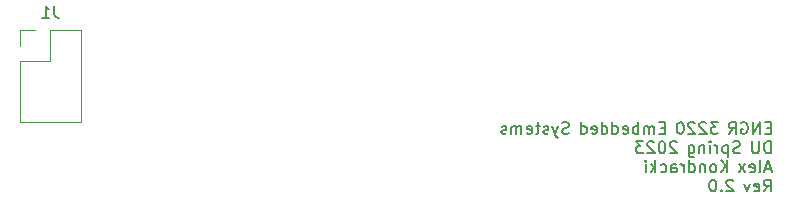
<source format=gbr>
%TF.GenerationSoftware,KiCad,Pcbnew,(7.0.0)*%
%TF.CreationDate,2023-04-21T02:07:09-06:00*%
%TF.ProjectId,Phase_B_ATMEGA_v3,50686173-655f-4425-9f41-544d4547415f,rev?*%
%TF.SameCoordinates,Original*%
%TF.FileFunction,Legend,Bot*%
%TF.FilePolarity,Positive*%
%FSLAX46Y46*%
G04 Gerber Fmt 4.6, Leading zero omitted, Abs format (unit mm)*
G04 Created by KiCad (PCBNEW (7.0.0)) date 2023-04-21 02:07:09*
%MOMM*%
%LPD*%
G01*
G04 APERTURE LIST*
%ADD10C,0.150000*%
%ADD11C,0.120000*%
G04 APERTURE END LIST*
D10*
X136036904Y-88198571D02*
X135703571Y-88198571D01*
X135560714Y-88722380D02*
X136036904Y-88722380D01*
X136036904Y-88722380D02*
X136036904Y-87722380D01*
X136036904Y-87722380D02*
X135560714Y-87722380D01*
X135132142Y-88722380D02*
X135132142Y-87722380D01*
X135132142Y-87722380D02*
X134560714Y-88722380D01*
X134560714Y-88722380D02*
X134560714Y-87722380D01*
X133560714Y-87770000D02*
X133655952Y-87722380D01*
X133655952Y-87722380D02*
X133798809Y-87722380D01*
X133798809Y-87722380D02*
X133941666Y-87770000D01*
X133941666Y-87770000D02*
X134036904Y-87865238D01*
X134036904Y-87865238D02*
X134084523Y-87960476D01*
X134084523Y-87960476D02*
X134132142Y-88150952D01*
X134132142Y-88150952D02*
X134132142Y-88293809D01*
X134132142Y-88293809D02*
X134084523Y-88484285D01*
X134084523Y-88484285D02*
X134036904Y-88579523D01*
X134036904Y-88579523D02*
X133941666Y-88674761D01*
X133941666Y-88674761D02*
X133798809Y-88722380D01*
X133798809Y-88722380D02*
X133703571Y-88722380D01*
X133703571Y-88722380D02*
X133560714Y-88674761D01*
X133560714Y-88674761D02*
X133513095Y-88627142D01*
X133513095Y-88627142D02*
X133513095Y-88293809D01*
X133513095Y-88293809D02*
X133703571Y-88293809D01*
X132513095Y-88722380D02*
X132846428Y-88246190D01*
X133084523Y-88722380D02*
X133084523Y-87722380D01*
X133084523Y-87722380D02*
X132703571Y-87722380D01*
X132703571Y-87722380D02*
X132608333Y-87770000D01*
X132608333Y-87770000D02*
X132560714Y-87817619D01*
X132560714Y-87817619D02*
X132513095Y-87912857D01*
X132513095Y-87912857D02*
X132513095Y-88055714D01*
X132513095Y-88055714D02*
X132560714Y-88150952D01*
X132560714Y-88150952D02*
X132608333Y-88198571D01*
X132608333Y-88198571D02*
X132703571Y-88246190D01*
X132703571Y-88246190D02*
X133084523Y-88246190D01*
X131579761Y-87722380D02*
X130960714Y-87722380D01*
X130960714Y-87722380D02*
X131294047Y-88103333D01*
X131294047Y-88103333D02*
X131151190Y-88103333D01*
X131151190Y-88103333D02*
X131055952Y-88150952D01*
X131055952Y-88150952D02*
X131008333Y-88198571D01*
X131008333Y-88198571D02*
X130960714Y-88293809D01*
X130960714Y-88293809D02*
X130960714Y-88531904D01*
X130960714Y-88531904D02*
X131008333Y-88627142D01*
X131008333Y-88627142D02*
X131055952Y-88674761D01*
X131055952Y-88674761D02*
X131151190Y-88722380D01*
X131151190Y-88722380D02*
X131436904Y-88722380D01*
X131436904Y-88722380D02*
X131532142Y-88674761D01*
X131532142Y-88674761D02*
X131579761Y-88627142D01*
X130579761Y-87817619D02*
X130532142Y-87770000D01*
X130532142Y-87770000D02*
X130436904Y-87722380D01*
X130436904Y-87722380D02*
X130198809Y-87722380D01*
X130198809Y-87722380D02*
X130103571Y-87770000D01*
X130103571Y-87770000D02*
X130055952Y-87817619D01*
X130055952Y-87817619D02*
X130008333Y-87912857D01*
X130008333Y-87912857D02*
X130008333Y-88008095D01*
X130008333Y-88008095D02*
X130055952Y-88150952D01*
X130055952Y-88150952D02*
X130627380Y-88722380D01*
X130627380Y-88722380D02*
X130008333Y-88722380D01*
X129627380Y-87817619D02*
X129579761Y-87770000D01*
X129579761Y-87770000D02*
X129484523Y-87722380D01*
X129484523Y-87722380D02*
X129246428Y-87722380D01*
X129246428Y-87722380D02*
X129151190Y-87770000D01*
X129151190Y-87770000D02*
X129103571Y-87817619D01*
X129103571Y-87817619D02*
X129055952Y-87912857D01*
X129055952Y-87912857D02*
X129055952Y-88008095D01*
X129055952Y-88008095D02*
X129103571Y-88150952D01*
X129103571Y-88150952D02*
X129674999Y-88722380D01*
X129674999Y-88722380D02*
X129055952Y-88722380D01*
X128436904Y-87722380D02*
X128341666Y-87722380D01*
X128341666Y-87722380D02*
X128246428Y-87770000D01*
X128246428Y-87770000D02*
X128198809Y-87817619D01*
X128198809Y-87817619D02*
X128151190Y-87912857D01*
X128151190Y-87912857D02*
X128103571Y-88103333D01*
X128103571Y-88103333D02*
X128103571Y-88341428D01*
X128103571Y-88341428D02*
X128151190Y-88531904D01*
X128151190Y-88531904D02*
X128198809Y-88627142D01*
X128198809Y-88627142D02*
X128246428Y-88674761D01*
X128246428Y-88674761D02*
X128341666Y-88722380D01*
X128341666Y-88722380D02*
X128436904Y-88722380D01*
X128436904Y-88722380D02*
X128532142Y-88674761D01*
X128532142Y-88674761D02*
X128579761Y-88627142D01*
X128579761Y-88627142D02*
X128627380Y-88531904D01*
X128627380Y-88531904D02*
X128674999Y-88341428D01*
X128674999Y-88341428D02*
X128674999Y-88103333D01*
X128674999Y-88103333D02*
X128627380Y-87912857D01*
X128627380Y-87912857D02*
X128579761Y-87817619D01*
X128579761Y-87817619D02*
X128532142Y-87770000D01*
X128532142Y-87770000D02*
X128436904Y-87722380D01*
X127074999Y-88198571D02*
X126741666Y-88198571D01*
X126598809Y-88722380D02*
X127074999Y-88722380D01*
X127074999Y-88722380D02*
X127074999Y-87722380D01*
X127074999Y-87722380D02*
X126598809Y-87722380D01*
X126170237Y-88722380D02*
X126170237Y-88055714D01*
X126170237Y-88150952D02*
X126122618Y-88103333D01*
X126122618Y-88103333D02*
X126027380Y-88055714D01*
X126027380Y-88055714D02*
X125884523Y-88055714D01*
X125884523Y-88055714D02*
X125789285Y-88103333D01*
X125789285Y-88103333D02*
X125741666Y-88198571D01*
X125741666Y-88198571D02*
X125741666Y-88722380D01*
X125741666Y-88198571D02*
X125694047Y-88103333D01*
X125694047Y-88103333D02*
X125598809Y-88055714D01*
X125598809Y-88055714D02*
X125455952Y-88055714D01*
X125455952Y-88055714D02*
X125360713Y-88103333D01*
X125360713Y-88103333D02*
X125313094Y-88198571D01*
X125313094Y-88198571D02*
X125313094Y-88722380D01*
X124836904Y-88722380D02*
X124836904Y-87722380D01*
X124836904Y-88103333D02*
X124741666Y-88055714D01*
X124741666Y-88055714D02*
X124551190Y-88055714D01*
X124551190Y-88055714D02*
X124455952Y-88103333D01*
X124455952Y-88103333D02*
X124408333Y-88150952D01*
X124408333Y-88150952D02*
X124360714Y-88246190D01*
X124360714Y-88246190D02*
X124360714Y-88531904D01*
X124360714Y-88531904D02*
X124408333Y-88627142D01*
X124408333Y-88627142D02*
X124455952Y-88674761D01*
X124455952Y-88674761D02*
X124551190Y-88722380D01*
X124551190Y-88722380D02*
X124741666Y-88722380D01*
X124741666Y-88722380D02*
X124836904Y-88674761D01*
X123551190Y-88674761D02*
X123646428Y-88722380D01*
X123646428Y-88722380D02*
X123836904Y-88722380D01*
X123836904Y-88722380D02*
X123932142Y-88674761D01*
X123932142Y-88674761D02*
X123979761Y-88579523D01*
X123979761Y-88579523D02*
X123979761Y-88198571D01*
X123979761Y-88198571D02*
X123932142Y-88103333D01*
X123932142Y-88103333D02*
X123836904Y-88055714D01*
X123836904Y-88055714D02*
X123646428Y-88055714D01*
X123646428Y-88055714D02*
X123551190Y-88103333D01*
X123551190Y-88103333D02*
X123503571Y-88198571D01*
X123503571Y-88198571D02*
X123503571Y-88293809D01*
X123503571Y-88293809D02*
X123979761Y-88389047D01*
X122646428Y-88722380D02*
X122646428Y-87722380D01*
X122646428Y-88674761D02*
X122741666Y-88722380D01*
X122741666Y-88722380D02*
X122932142Y-88722380D01*
X122932142Y-88722380D02*
X123027380Y-88674761D01*
X123027380Y-88674761D02*
X123074999Y-88627142D01*
X123074999Y-88627142D02*
X123122618Y-88531904D01*
X123122618Y-88531904D02*
X123122618Y-88246190D01*
X123122618Y-88246190D02*
X123074999Y-88150952D01*
X123074999Y-88150952D02*
X123027380Y-88103333D01*
X123027380Y-88103333D02*
X122932142Y-88055714D01*
X122932142Y-88055714D02*
X122741666Y-88055714D01*
X122741666Y-88055714D02*
X122646428Y-88103333D01*
X121741666Y-88722380D02*
X121741666Y-87722380D01*
X121741666Y-88674761D02*
X121836904Y-88722380D01*
X121836904Y-88722380D02*
X122027380Y-88722380D01*
X122027380Y-88722380D02*
X122122618Y-88674761D01*
X122122618Y-88674761D02*
X122170237Y-88627142D01*
X122170237Y-88627142D02*
X122217856Y-88531904D01*
X122217856Y-88531904D02*
X122217856Y-88246190D01*
X122217856Y-88246190D02*
X122170237Y-88150952D01*
X122170237Y-88150952D02*
X122122618Y-88103333D01*
X122122618Y-88103333D02*
X122027380Y-88055714D01*
X122027380Y-88055714D02*
X121836904Y-88055714D01*
X121836904Y-88055714D02*
X121741666Y-88103333D01*
X120884523Y-88674761D02*
X120979761Y-88722380D01*
X120979761Y-88722380D02*
X121170237Y-88722380D01*
X121170237Y-88722380D02*
X121265475Y-88674761D01*
X121265475Y-88674761D02*
X121313094Y-88579523D01*
X121313094Y-88579523D02*
X121313094Y-88198571D01*
X121313094Y-88198571D02*
X121265475Y-88103333D01*
X121265475Y-88103333D02*
X121170237Y-88055714D01*
X121170237Y-88055714D02*
X120979761Y-88055714D01*
X120979761Y-88055714D02*
X120884523Y-88103333D01*
X120884523Y-88103333D02*
X120836904Y-88198571D01*
X120836904Y-88198571D02*
X120836904Y-88293809D01*
X120836904Y-88293809D02*
X121313094Y-88389047D01*
X119979761Y-88722380D02*
X119979761Y-87722380D01*
X119979761Y-88674761D02*
X120074999Y-88722380D01*
X120074999Y-88722380D02*
X120265475Y-88722380D01*
X120265475Y-88722380D02*
X120360713Y-88674761D01*
X120360713Y-88674761D02*
X120408332Y-88627142D01*
X120408332Y-88627142D02*
X120455951Y-88531904D01*
X120455951Y-88531904D02*
X120455951Y-88246190D01*
X120455951Y-88246190D02*
X120408332Y-88150952D01*
X120408332Y-88150952D02*
X120360713Y-88103333D01*
X120360713Y-88103333D02*
X120265475Y-88055714D01*
X120265475Y-88055714D02*
X120074999Y-88055714D01*
X120074999Y-88055714D02*
X119979761Y-88103333D01*
X118951189Y-88674761D02*
X118808332Y-88722380D01*
X118808332Y-88722380D02*
X118570237Y-88722380D01*
X118570237Y-88722380D02*
X118474999Y-88674761D01*
X118474999Y-88674761D02*
X118427380Y-88627142D01*
X118427380Y-88627142D02*
X118379761Y-88531904D01*
X118379761Y-88531904D02*
X118379761Y-88436666D01*
X118379761Y-88436666D02*
X118427380Y-88341428D01*
X118427380Y-88341428D02*
X118474999Y-88293809D01*
X118474999Y-88293809D02*
X118570237Y-88246190D01*
X118570237Y-88246190D02*
X118760713Y-88198571D01*
X118760713Y-88198571D02*
X118855951Y-88150952D01*
X118855951Y-88150952D02*
X118903570Y-88103333D01*
X118903570Y-88103333D02*
X118951189Y-88008095D01*
X118951189Y-88008095D02*
X118951189Y-87912857D01*
X118951189Y-87912857D02*
X118903570Y-87817619D01*
X118903570Y-87817619D02*
X118855951Y-87770000D01*
X118855951Y-87770000D02*
X118760713Y-87722380D01*
X118760713Y-87722380D02*
X118522618Y-87722380D01*
X118522618Y-87722380D02*
X118379761Y-87770000D01*
X118046427Y-88055714D02*
X117808332Y-88722380D01*
X117570237Y-88055714D02*
X117808332Y-88722380D01*
X117808332Y-88722380D02*
X117903570Y-88960476D01*
X117903570Y-88960476D02*
X117951189Y-89008095D01*
X117951189Y-89008095D02*
X118046427Y-89055714D01*
X117236903Y-88674761D02*
X117141665Y-88722380D01*
X117141665Y-88722380D02*
X116951189Y-88722380D01*
X116951189Y-88722380D02*
X116855951Y-88674761D01*
X116855951Y-88674761D02*
X116808332Y-88579523D01*
X116808332Y-88579523D02*
X116808332Y-88531904D01*
X116808332Y-88531904D02*
X116855951Y-88436666D01*
X116855951Y-88436666D02*
X116951189Y-88389047D01*
X116951189Y-88389047D02*
X117094046Y-88389047D01*
X117094046Y-88389047D02*
X117189284Y-88341428D01*
X117189284Y-88341428D02*
X117236903Y-88246190D01*
X117236903Y-88246190D02*
X117236903Y-88198571D01*
X117236903Y-88198571D02*
X117189284Y-88103333D01*
X117189284Y-88103333D02*
X117094046Y-88055714D01*
X117094046Y-88055714D02*
X116951189Y-88055714D01*
X116951189Y-88055714D02*
X116855951Y-88103333D01*
X116522617Y-88055714D02*
X116141665Y-88055714D01*
X116379760Y-87722380D02*
X116379760Y-88579523D01*
X116379760Y-88579523D02*
X116332141Y-88674761D01*
X116332141Y-88674761D02*
X116236903Y-88722380D01*
X116236903Y-88722380D02*
X116141665Y-88722380D01*
X115427379Y-88674761D02*
X115522617Y-88722380D01*
X115522617Y-88722380D02*
X115713093Y-88722380D01*
X115713093Y-88722380D02*
X115808331Y-88674761D01*
X115808331Y-88674761D02*
X115855950Y-88579523D01*
X115855950Y-88579523D02*
X115855950Y-88198571D01*
X115855950Y-88198571D02*
X115808331Y-88103333D01*
X115808331Y-88103333D02*
X115713093Y-88055714D01*
X115713093Y-88055714D02*
X115522617Y-88055714D01*
X115522617Y-88055714D02*
X115427379Y-88103333D01*
X115427379Y-88103333D02*
X115379760Y-88198571D01*
X115379760Y-88198571D02*
X115379760Y-88293809D01*
X115379760Y-88293809D02*
X115855950Y-88389047D01*
X114951188Y-88722380D02*
X114951188Y-88055714D01*
X114951188Y-88150952D02*
X114903569Y-88103333D01*
X114903569Y-88103333D02*
X114808331Y-88055714D01*
X114808331Y-88055714D02*
X114665474Y-88055714D01*
X114665474Y-88055714D02*
X114570236Y-88103333D01*
X114570236Y-88103333D02*
X114522617Y-88198571D01*
X114522617Y-88198571D02*
X114522617Y-88722380D01*
X114522617Y-88198571D02*
X114474998Y-88103333D01*
X114474998Y-88103333D02*
X114379760Y-88055714D01*
X114379760Y-88055714D02*
X114236903Y-88055714D01*
X114236903Y-88055714D02*
X114141664Y-88103333D01*
X114141664Y-88103333D02*
X114094045Y-88198571D01*
X114094045Y-88198571D02*
X114094045Y-88722380D01*
X113665474Y-88674761D02*
X113570236Y-88722380D01*
X113570236Y-88722380D02*
X113379760Y-88722380D01*
X113379760Y-88722380D02*
X113284522Y-88674761D01*
X113284522Y-88674761D02*
X113236903Y-88579523D01*
X113236903Y-88579523D02*
X113236903Y-88531904D01*
X113236903Y-88531904D02*
X113284522Y-88436666D01*
X113284522Y-88436666D02*
X113379760Y-88389047D01*
X113379760Y-88389047D02*
X113522617Y-88389047D01*
X113522617Y-88389047D02*
X113617855Y-88341428D01*
X113617855Y-88341428D02*
X113665474Y-88246190D01*
X113665474Y-88246190D02*
X113665474Y-88198571D01*
X113665474Y-88198571D02*
X113617855Y-88103333D01*
X113617855Y-88103333D02*
X113522617Y-88055714D01*
X113522617Y-88055714D02*
X113379760Y-88055714D01*
X113379760Y-88055714D02*
X113284522Y-88103333D01*
X136036904Y-90342380D02*
X136036904Y-89342380D01*
X136036904Y-89342380D02*
X135798809Y-89342380D01*
X135798809Y-89342380D02*
X135655952Y-89390000D01*
X135655952Y-89390000D02*
X135560714Y-89485238D01*
X135560714Y-89485238D02*
X135513095Y-89580476D01*
X135513095Y-89580476D02*
X135465476Y-89770952D01*
X135465476Y-89770952D02*
X135465476Y-89913809D01*
X135465476Y-89913809D02*
X135513095Y-90104285D01*
X135513095Y-90104285D02*
X135560714Y-90199523D01*
X135560714Y-90199523D02*
X135655952Y-90294761D01*
X135655952Y-90294761D02*
X135798809Y-90342380D01*
X135798809Y-90342380D02*
X136036904Y-90342380D01*
X135036904Y-89342380D02*
X135036904Y-90151904D01*
X135036904Y-90151904D02*
X134989285Y-90247142D01*
X134989285Y-90247142D02*
X134941666Y-90294761D01*
X134941666Y-90294761D02*
X134846428Y-90342380D01*
X134846428Y-90342380D02*
X134655952Y-90342380D01*
X134655952Y-90342380D02*
X134560714Y-90294761D01*
X134560714Y-90294761D02*
X134513095Y-90247142D01*
X134513095Y-90247142D02*
X134465476Y-90151904D01*
X134465476Y-90151904D02*
X134465476Y-89342380D01*
X133436904Y-90294761D02*
X133294047Y-90342380D01*
X133294047Y-90342380D02*
X133055952Y-90342380D01*
X133055952Y-90342380D02*
X132960714Y-90294761D01*
X132960714Y-90294761D02*
X132913095Y-90247142D01*
X132913095Y-90247142D02*
X132865476Y-90151904D01*
X132865476Y-90151904D02*
X132865476Y-90056666D01*
X132865476Y-90056666D02*
X132913095Y-89961428D01*
X132913095Y-89961428D02*
X132960714Y-89913809D01*
X132960714Y-89913809D02*
X133055952Y-89866190D01*
X133055952Y-89866190D02*
X133246428Y-89818571D01*
X133246428Y-89818571D02*
X133341666Y-89770952D01*
X133341666Y-89770952D02*
X133389285Y-89723333D01*
X133389285Y-89723333D02*
X133436904Y-89628095D01*
X133436904Y-89628095D02*
X133436904Y-89532857D01*
X133436904Y-89532857D02*
X133389285Y-89437619D01*
X133389285Y-89437619D02*
X133341666Y-89390000D01*
X133341666Y-89390000D02*
X133246428Y-89342380D01*
X133246428Y-89342380D02*
X133008333Y-89342380D01*
X133008333Y-89342380D02*
X132865476Y-89390000D01*
X132436904Y-89675714D02*
X132436904Y-90675714D01*
X132436904Y-89723333D02*
X132341666Y-89675714D01*
X132341666Y-89675714D02*
X132151190Y-89675714D01*
X132151190Y-89675714D02*
X132055952Y-89723333D01*
X132055952Y-89723333D02*
X132008333Y-89770952D01*
X132008333Y-89770952D02*
X131960714Y-89866190D01*
X131960714Y-89866190D02*
X131960714Y-90151904D01*
X131960714Y-90151904D02*
X132008333Y-90247142D01*
X132008333Y-90247142D02*
X132055952Y-90294761D01*
X132055952Y-90294761D02*
X132151190Y-90342380D01*
X132151190Y-90342380D02*
X132341666Y-90342380D01*
X132341666Y-90342380D02*
X132436904Y-90294761D01*
X131532142Y-90342380D02*
X131532142Y-89675714D01*
X131532142Y-89866190D02*
X131484523Y-89770952D01*
X131484523Y-89770952D02*
X131436904Y-89723333D01*
X131436904Y-89723333D02*
X131341666Y-89675714D01*
X131341666Y-89675714D02*
X131246428Y-89675714D01*
X130913094Y-90342380D02*
X130913094Y-89675714D01*
X130913094Y-89342380D02*
X130960713Y-89390000D01*
X130960713Y-89390000D02*
X130913094Y-89437619D01*
X130913094Y-89437619D02*
X130865475Y-89390000D01*
X130865475Y-89390000D02*
X130913094Y-89342380D01*
X130913094Y-89342380D02*
X130913094Y-89437619D01*
X130436904Y-89675714D02*
X130436904Y-90342380D01*
X130436904Y-89770952D02*
X130389285Y-89723333D01*
X130389285Y-89723333D02*
X130294047Y-89675714D01*
X130294047Y-89675714D02*
X130151190Y-89675714D01*
X130151190Y-89675714D02*
X130055952Y-89723333D01*
X130055952Y-89723333D02*
X130008333Y-89818571D01*
X130008333Y-89818571D02*
X130008333Y-90342380D01*
X129103571Y-89675714D02*
X129103571Y-90485238D01*
X129103571Y-90485238D02*
X129151190Y-90580476D01*
X129151190Y-90580476D02*
X129198809Y-90628095D01*
X129198809Y-90628095D02*
X129294047Y-90675714D01*
X129294047Y-90675714D02*
X129436904Y-90675714D01*
X129436904Y-90675714D02*
X129532142Y-90628095D01*
X129103571Y-90294761D02*
X129198809Y-90342380D01*
X129198809Y-90342380D02*
X129389285Y-90342380D01*
X129389285Y-90342380D02*
X129484523Y-90294761D01*
X129484523Y-90294761D02*
X129532142Y-90247142D01*
X129532142Y-90247142D02*
X129579761Y-90151904D01*
X129579761Y-90151904D02*
X129579761Y-89866190D01*
X129579761Y-89866190D02*
X129532142Y-89770952D01*
X129532142Y-89770952D02*
X129484523Y-89723333D01*
X129484523Y-89723333D02*
X129389285Y-89675714D01*
X129389285Y-89675714D02*
X129198809Y-89675714D01*
X129198809Y-89675714D02*
X129103571Y-89723333D01*
X128074999Y-89437619D02*
X128027380Y-89390000D01*
X128027380Y-89390000D02*
X127932142Y-89342380D01*
X127932142Y-89342380D02*
X127694047Y-89342380D01*
X127694047Y-89342380D02*
X127598809Y-89390000D01*
X127598809Y-89390000D02*
X127551190Y-89437619D01*
X127551190Y-89437619D02*
X127503571Y-89532857D01*
X127503571Y-89532857D02*
X127503571Y-89628095D01*
X127503571Y-89628095D02*
X127551190Y-89770952D01*
X127551190Y-89770952D02*
X128122618Y-90342380D01*
X128122618Y-90342380D02*
X127503571Y-90342380D01*
X126884523Y-89342380D02*
X126789285Y-89342380D01*
X126789285Y-89342380D02*
X126694047Y-89390000D01*
X126694047Y-89390000D02*
X126646428Y-89437619D01*
X126646428Y-89437619D02*
X126598809Y-89532857D01*
X126598809Y-89532857D02*
X126551190Y-89723333D01*
X126551190Y-89723333D02*
X126551190Y-89961428D01*
X126551190Y-89961428D02*
X126598809Y-90151904D01*
X126598809Y-90151904D02*
X126646428Y-90247142D01*
X126646428Y-90247142D02*
X126694047Y-90294761D01*
X126694047Y-90294761D02*
X126789285Y-90342380D01*
X126789285Y-90342380D02*
X126884523Y-90342380D01*
X126884523Y-90342380D02*
X126979761Y-90294761D01*
X126979761Y-90294761D02*
X127027380Y-90247142D01*
X127027380Y-90247142D02*
X127074999Y-90151904D01*
X127074999Y-90151904D02*
X127122618Y-89961428D01*
X127122618Y-89961428D02*
X127122618Y-89723333D01*
X127122618Y-89723333D02*
X127074999Y-89532857D01*
X127074999Y-89532857D02*
X127027380Y-89437619D01*
X127027380Y-89437619D02*
X126979761Y-89390000D01*
X126979761Y-89390000D02*
X126884523Y-89342380D01*
X126170237Y-89437619D02*
X126122618Y-89390000D01*
X126122618Y-89390000D02*
X126027380Y-89342380D01*
X126027380Y-89342380D02*
X125789285Y-89342380D01*
X125789285Y-89342380D02*
X125694047Y-89390000D01*
X125694047Y-89390000D02*
X125646428Y-89437619D01*
X125646428Y-89437619D02*
X125598809Y-89532857D01*
X125598809Y-89532857D02*
X125598809Y-89628095D01*
X125598809Y-89628095D02*
X125646428Y-89770952D01*
X125646428Y-89770952D02*
X126217856Y-90342380D01*
X126217856Y-90342380D02*
X125598809Y-90342380D01*
X125265475Y-89342380D02*
X124646428Y-89342380D01*
X124646428Y-89342380D02*
X124979761Y-89723333D01*
X124979761Y-89723333D02*
X124836904Y-89723333D01*
X124836904Y-89723333D02*
X124741666Y-89770952D01*
X124741666Y-89770952D02*
X124694047Y-89818571D01*
X124694047Y-89818571D02*
X124646428Y-89913809D01*
X124646428Y-89913809D02*
X124646428Y-90151904D01*
X124646428Y-90151904D02*
X124694047Y-90247142D01*
X124694047Y-90247142D02*
X124741666Y-90294761D01*
X124741666Y-90294761D02*
X124836904Y-90342380D01*
X124836904Y-90342380D02*
X125122618Y-90342380D01*
X125122618Y-90342380D02*
X125217856Y-90294761D01*
X125217856Y-90294761D02*
X125265475Y-90247142D01*
X136084523Y-91676666D02*
X135608333Y-91676666D01*
X136179761Y-91962380D02*
X135846428Y-90962380D01*
X135846428Y-90962380D02*
X135513095Y-91962380D01*
X135036904Y-91962380D02*
X135132142Y-91914761D01*
X135132142Y-91914761D02*
X135179761Y-91819523D01*
X135179761Y-91819523D02*
X135179761Y-90962380D01*
X134274999Y-91914761D02*
X134370237Y-91962380D01*
X134370237Y-91962380D02*
X134560713Y-91962380D01*
X134560713Y-91962380D02*
X134655951Y-91914761D01*
X134655951Y-91914761D02*
X134703570Y-91819523D01*
X134703570Y-91819523D02*
X134703570Y-91438571D01*
X134703570Y-91438571D02*
X134655951Y-91343333D01*
X134655951Y-91343333D02*
X134560713Y-91295714D01*
X134560713Y-91295714D02*
X134370237Y-91295714D01*
X134370237Y-91295714D02*
X134274999Y-91343333D01*
X134274999Y-91343333D02*
X134227380Y-91438571D01*
X134227380Y-91438571D02*
X134227380Y-91533809D01*
X134227380Y-91533809D02*
X134703570Y-91629047D01*
X133894046Y-91962380D02*
X133370237Y-91295714D01*
X133894046Y-91295714D02*
X133370237Y-91962380D01*
X132389284Y-91962380D02*
X132389284Y-90962380D01*
X131817856Y-91962380D02*
X132246427Y-91390952D01*
X131817856Y-90962380D02*
X132389284Y-91533809D01*
X131246427Y-91962380D02*
X131341665Y-91914761D01*
X131341665Y-91914761D02*
X131389284Y-91867142D01*
X131389284Y-91867142D02*
X131436903Y-91771904D01*
X131436903Y-91771904D02*
X131436903Y-91486190D01*
X131436903Y-91486190D02*
X131389284Y-91390952D01*
X131389284Y-91390952D02*
X131341665Y-91343333D01*
X131341665Y-91343333D02*
X131246427Y-91295714D01*
X131246427Y-91295714D02*
X131103570Y-91295714D01*
X131103570Y-91295714D02*
X131008332Y-91343333D01*
X131008332Y-91343333D02*
X130960713Y-91390952D01*
X130960713Y-91390952D02*
X130913094Y-91486190D01*
X130913094Y-91486190D02*
X130913094Y-91771904D01*
X130913094Y-91771904D02*
X130960713Y-91867142D01*
X130960713Y-91867142D02*
X131008332Y-91914761D01*
X131008332Y-91914761D02*
X131103570Y-91962380D01*
X131103570Y-91962380D02*
X131246427Y-91962380D01*
X130484522Y-91295714D02*
X130484522Y-91962380D01*
X130484522Y-91390952D02*
X130436903Y-91343333D01*
X130436903Y-91343333D02*
X130341665Y-91295714D01*
X130341665Y-91295714D02*
X130198808Y-91295714D01*
X130198808Y-91295714D02*
X130103570Y-91343333D01*
X130103570Y-91343333D02*
X130055951Y-91438571D01*
X130055951Y-91438571D02*
X130055951Y-91962380D01*
X129151189Y-91962380D02*
X129151189Y-90962380D01*
X129151189Y-91914761D02*
X129246427Y-91962380D01*
X129246427Y-91962380D02*
X129436903Y-91962380D01*
X129436903Y-91962380D02*
X129532141Y-91914761D01*
X129532141Y-91914761D02*
X129579760Y-91867142D01*
X129579760Y-91867142D02*
X129627379Y-91771904D01*
X129627379Y-91771904D02*
X129627379Y-91486190D01*
X129627379Y-91486190D02*
X129579760Y-91390952D01*
X129579760Y-91390952D02*
X129532141Y-91343333D01*
X129532141Y-91343333D02*
X129436903Y-91295714D01*
X129436903Y-91295714D02*
X129246427Y-91295714D01*
X129246427Y-91295714D02*
X129151189Y-91343333D01*
X128674998Y-91962380D02*
X128674998Y-91295714D01*
X128674998Y-91486190D02*
X128627379Y-91390952D01*
X128627379Y-91390952D02*
X128579760Y-91343333D01*
X128579760Y-91343333D02*
X128484522Y-91295714D01*
X128484522Y-91295714D02*
X128389284Y-91295714D01*
X127627379Y-91962380D02*
X127627379Y-91438571D01*
X127627379Y-91438571D02*
X127674998Y-91343333D01*
X127674998Y-91343333D02*
X127770236Y-91295714D01*
X127770236Y-91295714D02*
X127960712Y-91295714D01*
X127960712Y-91295714D02*
X128055950Y-91343333D01*
X127627379Y-91914761D02*
X127722617Y-91962380D01*
X127722617Y-91962380D02*
X127960712Y-91962380D01*
X127960712Y-91962380D02*
X128055950Y-91914761D01*
X128055950Y-91914761D02*
X128103569Y-91819523D01*
X128103569Y-91819523D02*
X128103569Y-91724285D01*
X128103569Y-91724285D02*
X128055950Y-91629047D01*
X128055950Y-91629047D02*
X127960712Y-91581428D01*
X127960712Y-91581428D02*
X127722617Y-91581428D01*
X127722617Y-91581428D02*
X127627379Y-91533809D01*
X126722617Y-91914761D02*
X126817855Y-91962380D01*
X126817855Y-91962380D02*
X127008331Y-91962380D01*
X127008331Y-91962380D02*
X127103569Y-91914761D01*
X127103569Y-91914761D02*
X127151188Y-91867142D01*
X127151188Y-91867142D02*
X127198807Y-91771904D01*
X127198807Y-91771904D02*
X127198807Y-91486190D01*
X127198807Y-91486190D02*
X127151188Y-91390952D01*
X127151188Y-91390952D02*
X127103569Y-91343333D01*
X127103569Y-91343333D02*
X127008331Y-91295714D01*
X127008331Y-91295714D02*
X126817855Y-91295714D01*
X126817855Y-91295714D02*
X126722617Y-91343333D01*
X126294045Y-91962380D02*
X126294045Y-90962380D01*
X126198807Y-91581428D02*
X125913093Y-91962380D01*
X125913093Y-91295714D02*
X126294045Y-91676666D01*
X125484521Y-91962380D02*
X125484521Y-91295714D01*
X125484521Y-90962380D02*
X125532140Y-91010000D01*
X125532140Y-91010000D02*
X125484521Y-91057619D01*
X125484521Y-91057619D02*
X125436902Y-91010000D01*
X125436902Y-91010000D02*
X125484521Y-90962380D01*
X125484521Y-90962380D02*
X125484521Y-91057619D01*
X135465476Y-93582380D02*
X135798809Y-93106190D01*
X136036904Y-93582380D02*
X136036904Y-92582380D01*
X136036904Y-92582380D02*
X135655952Y-92582380D01*
X135655952Y-92582380D02*
X135560714Y-92630000D01*
X135560714Y-92630000D02*
X135513095Y-92677619D01*
X135513095Y-92677619D02*
X135465476Y-92772857D01*
X135465476Y-92772857D02*
X135465476Y-92915714D01*
X135465476Y-92915714D02*
X135513095Y-93010952D01*
X135513095Y-93010952D02*
X135560714Y-93058571D01*
X135560714Y-93058571D02*
X135655952Y-93106190D01*
X135655952Y-93106190D02*
X136036904Y-93106190D01*
X134655952Y-93534761D02*
X134751190Y-93582380D01*
X134751190Y-93582380D02*
X134941666Y-93582380D01*
X134941666Y-93582380D02*
X135036904Y-93534761D01*
X135036904Y-93534761D02*
X135084523Y-93439523D01*
X135084523Y-93439523D02*
X135084523Y-93058571D01*
X135084523Y-93058571D02*
X135036904Y-92963333D01*
X135036904Y-92963333D02*
X134941666Y-92915714D01*
X134941666Y-92915714D02*
X134751190Y-92915714D01*
X134751190Y-92915714D02*
X134655952Y-92963333D01*
X134655952Y-92963333D02*
X134608333Y-93058571D01*
X134608333Y-93058571D02*
X134608333Y-93153809D01*
X134608333Y-93153809D02*
X135084523Y-93249047D01*
X134274999Y-92915714D02*
X134036904Y-93582380D01*
X134036904Y-93582380D02*
X133798809Y-92915714D01*
X132865475Y-92677619D02*
X132817856Y-92630000D01*
X132817856Y-92630000D02*
X132722618Y-92582380D01*
X132722618Y-92582380D02*
X132484523Y-92582380D01*
X132484523Y-92582380D02*
X132389285Y-92630000D01*
X132389285Y-92630000D02*
X132341666Y-92677619D01*
X132341666Y-92677619D02*
X132294047Y-92772857D01*
X132294047Y-92772857D02*
X132294047Y-92868095D01*
X132294047Y-92868095D02*
X132341666Y-93010952D01*
X132341666Y-93010952D02*
X132913094Y-93582380D01*
X132913094Y-93582380D02*
X132294047Y-93582380D01*
X131865475Y-93487142D02*
X131817856Y-93534761D01*
X131817856Y-93534761D02*
X131865475Y-93582380D01*
X131865475Y-93582380D02*
X131913094Y-93534761D01*
X131913094Y-93534761D02*
X131865475Y-93487142D01*
X131865475Y-93487142D02*
X131865475Y-93582380D01*
X131198809Y-92582380D02*
X131103571Y-92582380D01*
X131103571Y-92582380D02*
X131008333Y-92630000D01*
X131008333Y-92630000D02*
X130960714Y-92677619D01*
X130960714Y-92677619D02*
X130913095Y-92772857D01*
X130913095Y-92772857D02*
X130865476Y-92963333D01*
X130865476Y-92963333D02*
X130865476Y-93201428D01*
X130865476Y-93201428D02*
X130913095Y-93391904D01*
X130913095Y-93391904D02*
X130960714Y-93487142D01*
X130960714Y-93487142D02*
X131008333Y-93534761D01*
X131008333Y-93534761D02*
X131103571Y-93582380D01*
X131103571Y-93582380D02*
X131198809Y-93582380D01*
X131198809Y-93582380D02*
X131294047Y-93534761D01*
X131294047Y-93534761D02*
X131341666Y-93487142D01*
X131341666Y-93487142D02*
X131389285Y-93391904D01*
X131389285Y-93391904D02*
X131436904Y-93201428D01*
X131436904Y-93201428D02*
X131436904Y-92963333D01*
X131436904Y-92963333D02*
X131389285Y-92772857D01*
X131389285Y-92772857D02*
X131341666Y-92677619D01*
X131341666Y-92677619D02*
X131294047Y-92630000D01*
X131294047Y-92630000D02*
X131198809Y-92582380D01*
%TO.C,J1*%
X75388333Y-77872380D02*
X75388333Y-78586666D01*
X75388333Y-78586666D02*
X75435952Y-78729523D01*
X75435952Y-78729523D02*
X75531190Y-78824761D01*
X75531190Y-78824761D02*
X75674047Y-78872380D01*
X75674047Y-78872380D02*
X75769285Y-78872380D01*
X74388333Y-78872380D02*
X74959761Y-78872380D01*
X74674047Y-78872380D02*
X74674047Y-77872380D01*
X74674047Y-77872380D02*
X74769285Y-78015238D01*
X74769285Y-78015238D02*
X74864523Y-78110476D01*
X74864523Y-78110476D02*
X74959761Y-78158095D01*
D11*
X77655000Y-87685000D02*
X72455000Y-87685000D01*
X75055000Y-82545000D02*
X72455000Y-82545000D01*
X77655000Y-79945000D02*
X77655000Y-87685000D01*
X73785000Y-79945000D02*
X72455000Y-79945000D01*
X72455000Y-82545000D02*
X72455000Y-87685000D01*
X77655000Y-79945000D02*
X75055000Y-79945000D01*
X75055000Y-79945000D02*
X75055000Y-82545000D01*
X72455000Y-79945000D02*
X72455000Y-81275000D01*
%TD*%
M02*

</source>
